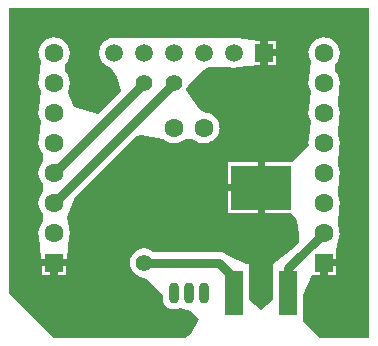
<source format=gtl>
G04 Layer_Physical_Order=1*
G04 Layer_Color=255*
%FSLAX24Y24*%
%MOIN*%
G70*
G01*
G75*
%ADD10R,0.0600X0.1500*%
%ADD11R,0.2000X0.1500*%
%ADD12C,0.0315*%
%ADD13C,0.0630*%
%ADD14R,0.0591X0.0591*%
%ADD15C,0.0591*%
%ADD16O,0.0360X0.0700*%
%ADD17R,0.0630X0.0630*%
%ADD18C,0.0551*%
G36*
X6000Y-1500D02*
X4371D01*
X3811Y-950D01*
X3811Y-713D01*
Y-89D01*
X4085Y585D01*
X4380D01*
Y1000D01*
X4500D01*
Y1120D01*
X4915D01*
Y1415D01*
X5002Y1866D01*
X5019Y2000D01*
X5019Y2000D01*
X5016Y2022D01*
X5002Y2134D01*
X4950Y2260D01*
X5002Y2866D01*
X5002D01*
X5002Y2866D01*
X5019Y3000D01*
X5002Y3134D01*
X4950Y3260D01*
X4950Y3260D01*
X5002Y3866D01*
X5002D01*
X5002Y3866D01*
X5019Y4000D01*
X5002Y4134D01*
X4950Y4260D01*
X4950Y4260D01*
X5002Y4866D01*
X5002D01*
X5002Y4866D01*
X5019Y5000D01*
X5002Y5134D01*
X4950Y5260D01*
X4950Y5260D01*
X5002Y5866D01*
X5002D01*
X5002Y5866D01*
X5019Y6000D01*
X5002Y6134D01*
X4950Y6260D01*
X4950Y6260D01*
X5002Y6866D01*
X5002Y6866D01*
X5002Y6866D01*
X5019Y7000D01*
X5002Y7134D01*
X4950Y7260D01*
X4950Y7260D01*
X4950Y7260D01*
X4867Y7386D01*
Y7614D01*
X4950Y7740D01*
X4950Y7740D01*
Y7740D01*
X4993Y7845D01*
Y7845D01*
X5002Y7866D01*
X5002Y7866D01*
X5019Y8000D01*
X5019Y8000D01*
X5002Y8134D01*
X5002Y8134D01*
X4958Y8239D01*
X4958Y8239D01*
X4950Y8260D01*
X4950Y8260D01*
X4881Y8349D01*
X4881Y8349D01*
X4867Y8367D01*
X4782Y8432D01*
X4760Y8450D01*
X4634Y8502D01*
X4612Y8505D01*
X4612Y8505D01*
X4500Y8519D01*
X4491Y8518D01*
X4366Y8502D01*
X4356Y8498D01*
X4261Y8458D01*
X4240Y8450D01*
X4151Y8381D01*
X4151D01*
Y8381D01*
X4133Y8367D01*
X4133D01*
X4064Y8278D01*
D01*
X4050Y8260D01*
X4050Y8260D01*
X3998Y8134D01*
X3998Y8134D01*
X3995Y8112D01*
X3981Y8000D01*
X3981Y8000D01*
X3984Y7978D01*
X3984Y7978D01*
X3998Y7866D01*
X3998Y7866D01*
X4050Y7740D01*
X3998Y7134D01*
X3998D01*
X3998Y7134D01*
X3981Y7000D01*
X3998Y6866D01*
X4050Y6740D01*
X4050Y6740D01*
X3998Y6134D01*
X3998D01*
X3998Y6134D01*
X3981Y6000D01*
X3998Y5866D01*
X4050Y5740D01*
X4050Y5740D01*
X3998Y5134D01*
X3981Y5000D01*
X3988Y4941D01*
X3625Y4542D01*
X3423Y4368D01*
X3401Y4354D01*
X3383Y4354D01*
X3285Y4354D01*
X2526D01*
Y3504D01*
Y2654D01*
X3271D01*
X3385Y2654D01*
X3404Y2653D01*
X3443Y2629D01*
X3547Y2537D01*
X3594Y2403D01*
X3654Y1956D01*
X3666Y1676D01*
X3406Y1416D01*
X2811Y950D01*
Y-244D01*
X2406Y-560D01*
X2000Y-244D01*
Y950D01*
X1916D01*
X1255Y1255D01*
X1180Y1312D01*
X1093Y1348D01*
X1093Y1348D01*
X1060Y1353D01*
X1000Y1361D01*
X1000Y1361D01*
X784Y1361D01*
X213Y1361D01*
X-1189D01*
X-1260Y1415D01*
X-1260D01*
X-1376Y1463D01*
X-1376Y1463D01*
X-1500Y1480D01*
X-1500Y1480D01*
X-1624Y1463D01*
X-1624Y1463D01*
X-1740Y1415D01*
X-1740Y1415D01*
X-1839Y1339D01*
X-1915Y1240D01*
X-1963Y1124D01*
X-1980Y1000D01*
X-1963Y876D01*
X-1963Y876D01*
X-1915Y760D01*
Y760D01*
X-1839Y661D01*
Y661D01*
X-1740Y585D01*
X-1740Y585D01*
X-1624Y537D01*
X-1624Y537D01*
X-1598Y533D01*
X-1509Y501D01*
X-1430Y459D01*
X-1021Y101D01*
X-884Y-67D01*
X-883Y-68D01*
X-883Y-170D01*
X-870Y-269D01*
X-832Y-362D01*
X-832Y-362D01*
X-771Y-441D01*
X-771D01*
X-692Y-502D01*
X-599Y-540D01*
X-500Y-553D01*
X-500Y-553D01*
X-401Y-540D01*
X-401Y-540D01*
X-308Y-502D01*
X70Y-619D01*
X337Y-871D01*
X67Y-1371D01*
X-139Y-1500D01*
X-4500D01*
X-6000Y0D01*
Y9500D01*
X6000D01*
Y-1500D01*
D02*
G37*
%LPC*%
G36*
X4915Y880D02*
X4620D01*
Y585D01*
X4915D01*
Y839D01*
Y880D01*
D02*
G37*
G36*
X-4085D02*
X-4380D01*
Y585D01*
X-4085D01*
Y880D01*
D02*
G37*
G36*
X-4620D02*
X-4915D01*
Y585D01*
X-4620D01*
Y880D01*
D02*
G37*
G36*
X2286Y3384D02*
X1306D01*
Y2654D01*
X2286D01*
Y3384D01*
D02*
G37*
G36*
X2895Y7880D02*
X2620D01*
Y7605D01*
X2895D01*
Y7880D01*
D02*
G37*
G36*
X2620Y8395D02*
Y8120D01*
X2895D01*
Y8395D01*
X2620D01*
D02*
G37*
G36*
X2286Y4354D02*
X1306D01*
Y3624D01*
X2286D01*
Y4354D01*
D02*
G37*
G36*
X-4500Y8519D02*
X-4509Y8518D01*
X-4634Y8502D01*
X-4644Y8498D01*
X-4739Y8458D01*
X-4760Y8450D01*
X-4849Y8381D01*
X-4849D01*
Y8381D01*
X-4867Y8367D01*
X-4867D01*
X-4936Y8278D01*
D01*
X-4950Y8260D01*
X-4950Y8260D01*
X-5002Y8134D01*
X-5002Y8134D01*
X-5005Y8112D01*
X-5019Y8000D01*
X-5019Y8000D01*
X-5016Y7978D01*
X-5016Y7978D01*
X-5002Y7866D01*
X-5002Y7866D01*
X-4950Y7740D01*
X-5002Y7134D01*
X-5002D01*
X-5002Y7134D01*
X-5019Y7000D01*
X-5002Y6866D01*
X-4950Y6740D01*
X-4950Y6740D01*
X-5002Y6134D01*
X-5002D01*
X-5002Y6134D01*
X-5019Y6000D01*
X-5002Y5866D01*
X-4950Y5740D01*
X-4950Y5740D01*
X-5002Y5134D01*
X-5002Y5134D01*
X-5002Y5134D01*
X-5019Y5000D01*
X-5002Y4866D01*
X-4950Y4740D01*
X-4950Y4740D01*
X-4950Y4740D01*
X-4867Y4614D01*
Y4386D01*
X-4950Y4260D01*
X-4950Y4260D01*
Y4260D01*
X-5002Y4134D01*
X-5019Y4000D01*
X-5002Y3866D01*
X-4950Y3740D01*
Y3740D01*
X-4950Y3740D01*
X-4867Y3614D01*
Y3386D01*
X-4950Y3260D01*
X-4950Y3260D01*
Y3260D01*
X-5002Y3134D01*
X-5019Y3000D01*
X-5002Y2866D01*
X-4950Y2740D01*
X-4950Y2740D01*
X-4874Y2625D01*
X-4867Y2614D01*
Y2386D01*
X-4950Y2260D01*
X-4950Y2260D01*
X-5002Y2134D01*
X-5019Y2000D01*
X-5019Y2000D01*
X-5002Y1866D01*
X-4921Y1147D01*
X-4920Y1120D01*
X-4080D01*
X-4079Y1147D01*
X-3998Y1866D01*
X-3981Y2000D01*
X-3981Y2000D01*
X-3981Y2000D01*
X-3981Y2000D01*
X-3996Y2114D01*
X-3998Y2134D01*
X-4013Y2169D01*
X-4080Y2524D01*
X-3796Y3194D01*
X-1762Y5228D01*
X-1599Y5257D01*
X-1597Y5257D01*
X-867Y5133D01*
X-778Y5064D01*
X-760Y5050D01*
X-634Y4998D01*
X-634Y4998D01*
X-634Y4998D01*
X-612Y4995D01*
X-500Y4981D01*
X-500Y4981D01*
X-478Y4984D01*
X-366Y4998D01*
X-240Y5050D01*
X-240Y5050D01*
X-240Y5050D01*
X-114Y5133D01*
X114D01*
X240Y5050D01*
X240Y5050D01*
X240D01*
X345Y5007D01*
X345D01*
X366Y4998D01*
X366Y4998D01*
X500Y4981D01*
X500Y4981D01*
X634Y4998D01*
X634Y4998D01*
X739Y5042D01*
X739Y5042D01*
X760Y5050D01*
Y5050D01*
X849Y5119D01*
Y5119D01*
X867Y5133D01*
X932Y5218D01*
X950Y5240D01*
X1002Y5366D01*
X1004Y5382D01*
X1019Y5500D01*
X1016Y5522D01*
X1016Y5522D01*
X1002Y5634D01*
X998Y5644D01*
X958Y5739D01*
D01*
X950Y5760D01*
Y5760D01*
X881Y5849D01*
Y5849D01*
X881D01*
X867Y5867D01*
Y5867D01*
X778Y5936D01*
D01*
X760Y5950D01*
X760Y5950D01*
X634Y6002D01*
X634Y6002D01*
X612Y6005D01*
X612Y6005D01*
X500Y6019D01*
X500Y6019D01*
X500Y6019D01*
X324Y6139D01*
X-85Y6760D01*
X-51Y6842D01*
X-37Y6876D01*
X26Y6975D01*
X318Y7298D01*
X439Y7405D01*
X613Y7508D01*
X622Y7512D01*
X682Y7517D01*
X1000D01*
X1318D01*
X1458Y7505D01*
X1500Y7500D01*
X1629Y7517D01*
X2346Y7598D01*
X2380Y7600D01*
Y8000D01*
Y8400D01*
X2346Y8402D01*
X1629Y8483D01*
X1500Y8500D01*
X1458Y8495D01*
X1318Y8483D01*
X1000D01*
X682D01*
X542Y8495D01*
X500Y8500D01*
X458Y8495D01*
X318Y8483D01*
X0D01*
X-318D01*
X-458Y8495D01*
X-500Y8500D01*
X-542Y8495D01*
X-682Y8483D01*
X-1000D01*
X-1318D01*
X-1458Y8495D01*
X-1500Y8500D01*
X-1542Y8495D01*
X-1682Y8483D01*
X-2000D01*
X-2242D01*
X-2318Y8483D01*
X-2318Y8483D01*
X-2458Y8495D01*
X-2500Y8500D01*
X-2500Y8500D01*
X-2629Y8483D01*
X-2629Y8483D01*
X-2697Y8454D01*
X-2697Y8454D01*
X-2750Y8433D01*
X-2750Y8433D01*
X-2795Y8398D01*
Y8398D01*
X-2853Y8353D01*
X-2853Y8353D01*
X-2888Y8308D01*
Y8308D01*
X-2933Y8250D01*
Y8250D01*
X-2954Y8197D01*
Y8197D01*
X-2983Y8129D01*
X-2983Y8129D01*
X-2990Y8073D01*
X-3000Y8000D01*
X-3000Y8000D01*
X-2992Y7944D01*
X-2992Y7940D01*
X-2983Y7871D01*
X-2983Y7871D01*
X-2961Y7818D01*
X-2933Y7750D01*
X-2933Y7750D01*
X-2898Y7705D01*
Y7705D01*
X-2853Y7647D01*
X-2853Y7647D01*
X-2808Y7612D01*
X-2808Y7612D01*
X-2750Y7567D01*
X-2750Y7567D01*
X-2649Y7526D01*
X-2613Y7508D01*
X-2613Y7508D01*
X-2599Y7500D01*
X-2413Y7208D01*
X-2274Y6736D01*
X-3038Y5972D01*
X-3840Y6183D01*
X-4017Y6651D01*
X-3998Y6866D01*
X-3998Y6866D01*
X-3998Y6866D01*
X-3981Y7000D01*
X-3998Y7134D01*
X-4050Y7260D01*
X-4050Y7260D01*
X-4050Y7260D01*
X-4133Y7386D01*
Y7614D01*
X-4050Y7740D01*
X-4050Y7740D01*
Y7740D01*
X-4007Y7845D01*
Y7845D01*
X-3998Y7866D01*
X-3998Y7866D01*
X-3981Y8000D01*
X-3981Y8000D01*
X-3998Y8134D01*
X-3998Y8134D01*
X-4042Y8239D01*
X-4042Y8239D01*
X-4050Y8260D01*
X-4050Y8260D01*
X-4119Y8349D01*
X-4119Y8349D01*
X-4133Y8367D01*
X-4218Y8432D01*
X-4240Y8450D01*
X-4366Y8502D01*
X-4388Y8505D01*
X-4388Y8505D01*
X-4500Y8519D01*
D02*
G37*
%LPD*%
G54D10*
X1500Y0D02*
D03*
X3311D02*
D03*
G54D11*
X2406Y3504D02*
D03*
G54D12*
X3311Y811D02*
X4500Y2000D01*
X3311Y0D02*
Y811D01*
X1000Y1000D02*
X1500Y500D01*
X1000Y1000D02*
X1000D01*
X1000Y1000D02*
X1000Y1000D01*
X-1500Y1000D02*
X1000D01*
X-4500Y3000D02*
X-500Y7000D01*
X-4500Y3000D02*
X-4500D01*
Y4000D02*
X-1500Y7000D01*
G54D13*
X500Y5500D02*
D03*
X-500D02*
D03*
X4500Y2000D02*
D03*
Y3000D02*
D03*
Y4000D02*
D03*
Y5000D02*
D03*
Y6000D02*
D03*
Y7000D02*
D03*
Y8000D02*
D03*
X-4500Y2000D02*
D03*
Y3000D02*
D03*
Y4000D02*
D03*
Y5000D02*
D03*
Y6000D02*
D03*
Y7000D02*
D03*
Y8000D02*
D03*
G54D14*
X2500D02*
D03*
G54D15*
X1500D02*
D03*
X500D02*
D03*
X-500D02*
D03*
X-1500D02*
D03*
X-2500D02*
D03*
G54D16*
X0Y0D02*
D03*
X-500D02*
D03*
X500D02*
D03*
G54D17*
X4500Y1000D02*
D03*
X-4500D02*
D03*
G54D18*
X3000Y6500D02*
D03*
X-1500Y1000D02*
D03*
X-500Y7000D02*
D03*
X-1500Y7000D02*
D03*
M02*

</source>
